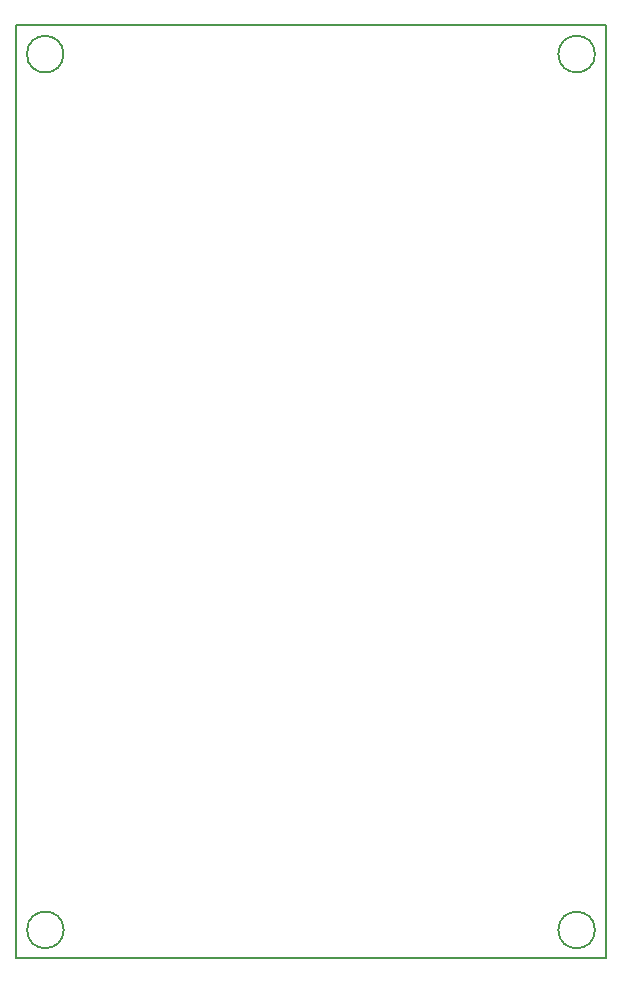
<source format=gbr>
%TF.GenerationSoftware,KiCad,Pcbnew,6.0.2+dfsg-1*%
%TF.CreationDate,2023-08-01T17:34:41-03:00*%
%TF.ProjectId,donatello,646f6e61-7465-46c6-9c6f-2e6b69636164,rev?*%
%TF.SameCoordinates,Original*%
%TF.FileFunction,Profile,NP*%
%FSLAX46Y46*%
G04 Gerber Fmt 4.6, Leading zero omitted, Abs format (unit mm)*
G04 Created by KiCad (PCBNEW 6.0.2+dfsg-1) date 2023-08-01 17:34:41*
%MOMM*%
%LPD*%
G01*
G04 APERTURE LIST*
%TA.AperFunction,Profile*%
%ADD10C,0.160000*%
%TD*%
G04 APERTURE END LIST*
D10*
X139400328Y-71219670D02*
X139400328Y-150219670D01*
X93456443Y-147867437D02*
G75*
G03*
X93456443Y-147867437I-1550000J0D01*
G01*
X89400328Y-71219670D02*
X139400328Y-71219670D01*
X138439136Y-147875714D02*
G75*
G03*
X138439136Y-147875714I-1550000J0D01*
G01*
X89400328Y-150219670D02*
X89400328Y-71219670D01*
X138440765Y-73714788D02*
G75*
G03*
X138440765Y-73714788I-1550000J0D01*
G01*
X89400328Y-150219670D02*
X139400328Y-150219670D01*
X93439227Y-73723012D02*
G75*
G03*
X93439227Y-73723012I-1550000J0D01*
G01*
M02*

</source>
